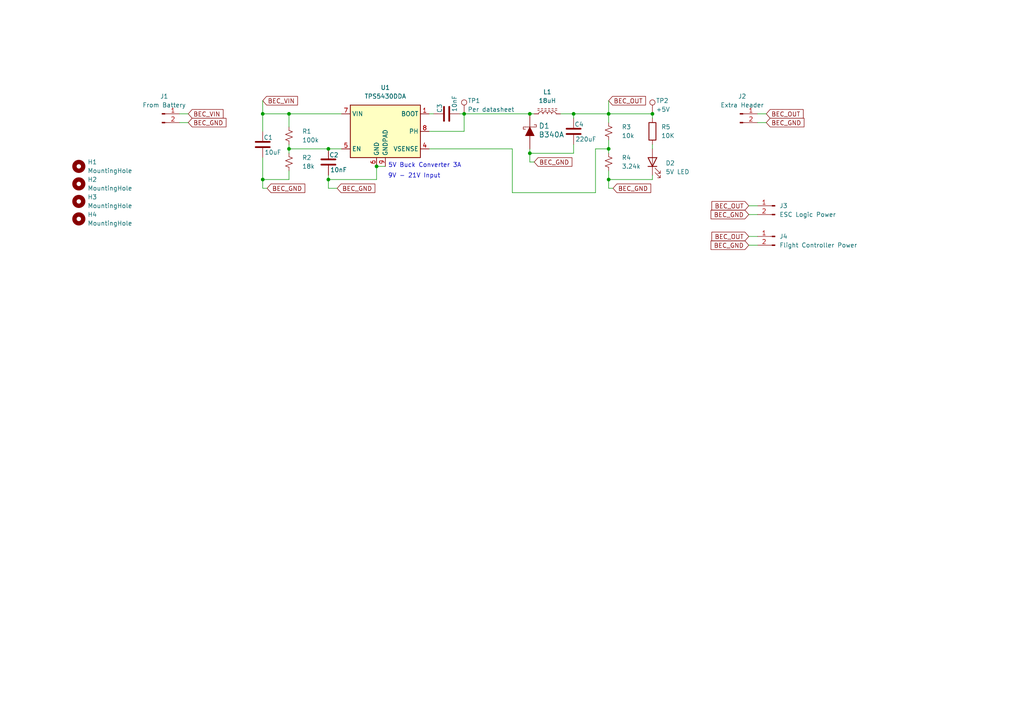
<source format=kicad_sch>
(kicad_sch (version 20250114) (generator "eeschema") (generator_version "9.0")
  (paper "A4")
  (lib_symbols
    (symbol "Connector:Conn_01x02_Pin" (pin_names (offset 1.016) (hide yes))
      (property "Reference" "J" (at 0 2.54 0))
      (property "Value" "Conn_01x02_Pin" (at 0 -5.08 0))
      (symbol "Conn_01x02_Pin_1_1"
        (rectangle (start 0.8636 0.127) (end 0 -0.127) (stroke (width 0.1524)) (fill (type outline)))
        (rectangle (start 0.8636 -2.413) (end 0 -2.667) (stroke (width 0.1524)) (fill (type outline)))
        (polyline (pts (xy 1.27 0) (xy 0.8636 0)) (stroke (width 0.1524)))
        (polyline (pts (xy 1.27 -2.54) (xy 0.8636 -2.54)) (stroke (width 0.1524)))
        (pin passive line (at 5.08 0 180) (length 3.81) (name "Pin_1") (number "1"))
        (pin passive line (at 5.08 -2.54 180) (length 3.81) (name "Pin_2") (number "2"))
      )
    )
    (symbol "Connector:TestPoint" (pin_numbers (hide yes)) (pin_names (offset 0.762) (hide yes))
      (property "Reference" "TP" (at 0 6.858 0))
      (property "Value" "TestPoint" (at 0 5.08 0))
      (symbol "TestPoint_0_1"
        (circle (center 0 3.302) (radius 0.762))
      )
      (symbol "TestPoint_1_1"
        (pin passive line (at 0 0 90) (length 2.54) (name "1") (number "1"))
      )
    )
    (symbol "Device:C" (pin_numbers (hide yes)) (pin_names (offset 0.254))
      (property "Reference" "C" (at 0.635 2.54 0))
      (property "Value" "C" (at 0.635 -2.54 0))
      (symbol "C_0_1"
        (polyline (pts (xy -2.032 0.762) (xy 2.032 0.762)) (stroke (width 0.508)))
        (polyline (pts (xy -2.032 -0.762) (xy 2.032 -0.762)) (stroke (width 0.508)))
      )
      (symbol "C_1_1"
        (pin passive line (at 0 3.81 270) (length 2.794) (name "~") (number "1"))
        (pin passive line (at 0 -3.81 90) (length 2.794) (name "~") (number "2"))
      )
    )
    (symbol "Device:LED" (pin_numbers (hide yes)) (pin_names (offset 1.016) (hide yes))
      (property "Reference" "D" (at 0 2.54 0))
      (property "Value" "LED" (at 0 -2.54 0))
      (symbol "LED_0_1"
        (polyline (pts (xy -3.048 -0.762) (xy -4.572 -2.286) (xy -3.81 -2.286) (xy -4.572 -2.286) (xy -4.572 -1.524)))
        (polyline (pts (xy -1.778 -0.762) (xy -3.302 -2.286) (xy -2.54 -2.286) (xy -3.302 -2.286) (xy -3.302 -1.524)))
        (polyline (pts (xy -1.27 0) (xy 1.27 0)))
        (polyline (pts (xy -1.27 -1.27) (xy -1.27 1.27)) (stroke (width 0.254)))
        (polyline (pts (xy 1.27 -1.27) (xy 1.27 1.27) (xy -1.27 0) (xy 1.27 -1.27)) (stroke (width 0.254)))
      )
      (symbol "LED_1_1"
        (pin passive line (at -3.81 0 0) (length 2.54) (name "K") (number "1"))
        (pin passive line (at 3.81 0 180) (length 2.54) (name "A") (number "2"))
      )
    )
    (symbol "Device:L_Ferrite" (pin_numbers (hide yes)) (pin_names (offset 1.016) (hide yes))
      (property "Reference" "L" (at -1.27 0 90))
      (property "Value" "L_Ferrite" (at 2.794 0 90))
      (symbol "L_Ferrite_0_1"
        (arc (start 0 2.54) (mid 0.6323 1.905) (end 0 1.27))
        (arc (start 0 1.27) (mid 0.6323 0.635) (end 0 0))
        (arc (start 0 0) (mid 0.6323 -0.635) (end 0 -1.27))
        (arc (start 0 -1.27) (mid 0.6323 -1.905) (end 0 -2.54))
        (polyline (pts (xy 1.016 2.286) (xy 1.016 2.794)))
        (polyline (pts (xy 1.016 1.27) (xy 1.016 1.778)))
        (polyline (pts (xy 1.016 0.254) (xy 1.016 0.762)))
        (polyline (pts (xy 1.016 -0.762) (xy 1.016 -0.254)))
        (polyline (pts (xy 1.016 -1.778) (xy 1.016 -1.27)))
        (polyline (pts (xy 1.016 -2.794) (xy 1.016 -2.286)))
        (polyline (pts (xy 1.524 2.794) (xy 1.524 2.286)))
        (polyline (pts (xy 1.524 1.778) (xy 1.524 1.27)))
        (polyline (pts (xy 1.524 0.762) (xy 1.524 0.254)))
        (polyline (pts (xy 1.524 -0.254) (xy 1.524 -0.762)))
        (polyline (pts (xy 1.524 -1.27) (xy 1.524 -1.778)))
        (polyline (pts (xy 1.524 -2.286) (xy 1.524 -2.794)))
      )
      (symbol "L_Ferrite_1_1"
        (pin passive line (at 0 3.81 270) (length 1.27) (name "1") (number "1"))
        (pin passive line (at 0 -3.81 90) (length 1.27) (name "2") (number "2"))
      )
    )
    (symbol "Device:R" (pin_numbers (hide yes)) (pin_names (offset 0))
      (property "Reference" "R" (at 2.032 0 90))
      (property "Value" "R" (at 0 0 90))
      (symbol "R_0_1"
        (rectangle (start -1.016 -2.54) (end 1.016 2.54) (stroke (width 0.254)))
      )
      (symbol "R_1_1"
        (pin passive line (at 0 3.81 270) (length 1.27) (name "~") (number "1"))
        (pin passive line (at 0 -3.81 90) (length 1.27) (name "~") (number "2"))
      )
    )
    (symbol "Device:R_Small_US" (pin_numbers (hide yes)) (pin_names (offset 0.254) (hide yes))
      (property "Reference" "R" (at 0.762 0.508 0))
      (property "Value" "R_Small_US" (at 0.762 -1.016 0))
      (symbol "R_Small_US_1_1"
        (polyline (pts (xy 0 1.524) (xy 1.016 1.143) (xy 0 0.762) (xy -1.016 0.381) (xy 0 0)))
        (polyline (pts (xy 0 0) (xy 1.016 -0.381) (xy 0 -0.762) (xy -1.016 -1.143) (xy 0 -1.524)))
        (pin passive line (at 0 2.54 270) (length 1.016) (name "~") (number "1"))
        (pin passive line (at 0 -2.54 90) (length 1.016) (name "~") (number "2"))
      )
    )
    (symbol "Mechanical:MountingHole" (pin_names (offset 1.016)) (in_bom no)
      (property "Reference" "H" (at 0 5.08 0))
      (property "Value" "MountingHole" (at 0 3.175 0))
      (symbol "MountingHole_0_1"
        (circle (center 0 0) (radius 1.27) (stroke (width 1.27)))
      )
    )
    (symbol "Regulator_Switching:TPS5430DDA"
      (property "Reference" "U" (at -10.16 8.89 0))
      (property "Value" "TPS5430DDA" (at -1.27 8.89 0))
      (symbol "TPS5430DDA_0_1"
        (rectangle (start -10.16 7.62) (end 10.16 -7.62) (stroke (width 0.254)) (fill (type background)))
      )
      (symbol "TPS5430DDA_1_1"
        (pin power_in line (at -12.7 5.08 0) (length 2.54) (name "VIN") (number "7"))
        (pin input line (at -12.7 -5.08 0) (length 2.54) (name "EN") (number "5"))
        (pin no_connect line (at -10.16 2.54 0) (length 2.54) (hide yes) (name "NC") (number "2"))
        (pin no_connect line (at -10.16 -2.54 0) (length 2.54) (hide yes) (name "NC") (number "3"))
        (pin power_in line (at -2.54 -10.16 90) (length 2.54) (name "GND") (number "6"))
        (pin power_in line (at 0 -10.16 90) (length 2.54) (name "GNDPAD") (number "9"))
        (pin input line (at 12.7 5.08 180) (length 2.54) (name "BOOT") (number "1"))
        (pin output line (at 12.7 0 180) (length 2.54) (name "PH") (number "8"))
        (pin input line (at 12.7 -5.08 180) (length 2.54) (name "VSENSE") (number "4"))
      )
    )
    (symbol "dk_Diodes-Rectifiers-Single:B340A-13-F" (pin_numbers (hide yes)) (pin_names (offset 0) (hide yes))
      (property "Reference" "D" (at 0 2.54 0))
      (property "Value" "B340A-13-F" (at 0 -3.81 0))
      (symbol "B340A-13-F_0_1"
        (polyline (pts (xy -1.27 1.27) (xy -1.27 -1.27) (xy 1.27 0) (xy -1.27 1.27)) (fill (type outline)))
        (polyline (pts (xy 1.27 1.27) (xy 1.27 -1.27)))
        (polyline (pts (xy 1.27 1.27) (xy 1.27 1.905) (xy 0.635 1.905) (xy 0.635 1.27)))
        (polyline (pts (xy 1.27 -1.27) (xy 1.27 -1.905) (xy 1.905 -1.905) (xy 1.905 -1.27)))
      )
      (symbol "B340A-13-F_1_1"
        (pin passive line (at -5.08 0 0) (length 3.81) (name "~") (number "A"))
        (pin passive line (at 5.08 0 180) (length 3.81) (name "~") (number "K"))
      )
    )
  )
  (text "9V - 21V Input" (at 120.142 51.054 0) (effects (font (size 1.27 1.27))))
  (text "5V Buck Converter 3A" (at 123.19 48.006 0) (effects (font (size 1.27 1.27))))
  (junction (at 153.67 33.02))
  (junction (at 176.53 52.07))
  (junction (at 189.23 33.02))
  (junction (at 95.25 43.18))
  (junction (at 176.53 43.18))
  (junction (at 76.2 33.02))
  (junction (at 95.25 52.07))
  (junction (at 83.82 43.18))
  (junction (at 153.67 44.45))
  (junction (at 109.22 48.26))
  (junction (at 76.2 52.07))
  (junction (at 134.62 33.02))
  (junction (at 83.82 33.02))
  (junction (at 166.37 33.02))
  (junction (at 176.53 33.02))
  (wire (pts (xy 124.46 38.1) (xy 134.62 38.1)))
  (wire (pts (xy 189.23 34.29) (xy 189.23 33.02)))
  (wire (pts (xy 166.37 41.91) (xy 166.37 44.45)))
  (wire (pts (xy 76.2 52.07) (xy 83.82 52.07)))
  (wire (pts (xy 172.72 43.18) (xy 176.53 43.18)))
  (wire (pts (xy 219.71 35.56) (xy 222.25 35.56)))
  (wire (pts (xy 124.46 33.02) (xy 125.73 33.02)))
  (wire (pts (xy 95.25 52.07) (xy 109.22 52.07)))
  (wire (pts (xy 153.67 44.45) (xy 166.37 44.45)))
  (wire (pts (xy 83.82 43.18) (xy 83.82 44.45)))
  (wire (pts (xy 77.47 54.61) (xy 76.2 54.61)))
  (wire (pts (xy 153.67 46.99) (xy 153.67 44.45)))
  (wire (pts (xy 154.94 46.99) (xy 153.67 46.99)))
  (wire (pts (xy 54.61 33.02) (xy 52.07 33.02)))
  (wire (pts (xy 83.82 41.91) (xy 83.82 43.18)))
  (wire (pts (xy 217.17 68.58) (xy 219.71 68.58)))
  (wire (pts (xy 76.2 54.61) (xy 76.2 52.07)))
  (wire (pts (xy 148.59 55.88) (xy 172.72 55.88)))
  (wire (pts (xy 176.53 54.61) (xy 176.53 52.07)))
  (wire (pts (xy 95.25 50.8) (xy 95.25 52.07)))
  (wire (pts (xy 109.22 48.26) (xy 109.22 52.07)))
  (wire (pts (xy 134.62 33.02) (xy 133.35 33.02)))
  (wire (pts (xy 176.53 49.53) (xy 176.53 52.07)))
  (wire (pts (xy 95.25 43.18) (xy 99.06 43.18)))
  (wire (pts (xy 95.25 54.61) (xy 95.25 52.07)))
  (wire (pts (xy 109.22 48.26) (xy 111.76 48.26)))
  (wire (pts (xy 162.56 33.02) (xy 166.37 33.02)))
  (wire (pts (xy 217.17 71.12) (xy 219.71 71.12)))
  (wire (pts (xy 172.72 55.88) (xy 172.72 43.18)))
  (wire (pts (xy 222.25 33.02) (xy 219.71 33.02)))
  (wire (pts (xy 217.17 62.23) (xy 219.71 62.23)))
  (wire (pts (xy 124.46 43.18) (xy 148.59 43.18)))
  (wire (pts (xy 153.67 33.02) (xy 154.94 33.02)))
  (wire (pts (xy 153.67 44.45) (xy 153.67 43.18)))
  (wire (pts (xy 189.23 50.8) (xy 189.23 52.07)))
  (wire (pts (xy 177.8 54.61) (xy 176.53 54.61)))
  (wire (pts (xy 76.2 33.02) (xy 76.2 38.1)))
  (wire (pts (xy 76.2 29.21) (xy 76.2 33.02)))
  (wire (pts (xy 83.82 33.02) (xy 99.06 33.02)))
  (wire (pts (xy 176.53 52.07) (xy 189.23 52.07)))
  (wire (pts (xy 148.59 43.18) (xy 148.59 55.88)))
  (wire (pts (xy 166.37 34.29) (xy 166.37 33.02)))
  (wire (pts (xy 176.53 43.18) (xy 176.53 44.45)))
  (wire (pts (xy 83.82 43.18) (xy 95.25 43.18)))
  (wire (pts (xy 83.82 49.53) (xy 83.82 52.07)))
  (wire (pts (xy 52.07 35.56) (xy 54.61 35.56)))
  (wire (pts (xy 217.17 59.69) (xy 219.71 59.69)))
  (wire (pts (xy 176.53 33.02) (xy 176.53 35.56)))
  (wire (pts (xy 97.79 54.61) (xy 95.25 54.61)))
  (wire (pts (xy 176.53 40.64) (xy 176.53 43.18)))
  (wire (pts (xy 134.62 38.1) (xy 134.62 33.02)))
  (wire (pts (xy 176.53 29.21) (xy 176.53 33.02)))
  (wire (pts (xy 189.23 33.02) (xy 176.53 33.02)))
  (wire (pts (xy 134.62 33.02) (xy 153.67 33.02)))
  (wire (pts (xy 189.23 41.91) (xy 189.23 43.18)))
  (wire (pts (xy 176.53 33.02) (xy 166.37 33.02)))
  (wire (pts (xy 83.82 33.02) (xy 76.2 33.02)))
  (wire (pts (xy 76.2 45.72) (xy 76.2 52.07)))
  (wire (pts (xy 83.82 33.02) (xy 83.82 36.83)))
  (global_label "BEC_GND" (shape input) (at 154.94 46.99 0) (property "Intersheetrefs" "${INTERSHEET_REFS}" (effects (hide yes))))
  (global_label "BEC_GND" (shape input) (at 217.17 71.12 180) (property "Intersheetrefs" "${INTERSHEET_REFS}" (effects (hide yes))))
  (global_label "BEC_OUT" (shape input) (at 217.17 59.69 180) (property "Intersheetrefs" "${INTERSHEET_REFS}" (effects (hide yes))))
  (global_label "BEC_GND" (shape input) (at 177.8 54.61 0) (property "Intersheetrefs" "${INTERSHEET_REFS}" (effects (hide yes))))
  (global_label "BEC_GND" (shape input) (at 217.17 62.23 180) (property "Intersheetrefs" "${INTERSHEET_REFS}" (effects (hide yes))))
  (global_label "BEC_VIN" (shape input) (at 54.61 33.02 0) (property "Intersheetrefs" "${INTERSHEET_REFS}" (effects (hide yes))))
  (global_label "BEC_GND" (shape input) (at 222.25 35.56 0) (property "Intersheetrefs" "${INTERSHEET_REFS}" (effects (hide yes))))
  (global_label "BEC_GND" (shape input) (at 54.61 35.56 0) (property "Intersheetrefs" "${INTERSHEET_REFS}" (effects (hide yes))))
  (global_label "BEC_OUT" (shape input) (at 217.17 68.58 180) (property "Intersheetrefs" "${INTERSHEET_REFS}" (effects (hide yes))))
  (global_label "BEC_GND" (shape input) (at 77.47 54.61 0) (property "Intersheetrefs" "${INTERSHEET_REFS}" (effects (hide yes))))
  (global_label "BEC_OUT" (shape input) (at 222.25 33.02 0) (property "Intersheetrefs" "${INTERSHEET_REFS}" (effects (hide yes))))
  (global_label "BEC_GND" (shape input) (at 97.79 54.61 0) (property "Intersheetrefs" "${INTERSHEET_REFS}" (effects (hide yes))))
  (global_label "BEC_VIN" (shape input) (at 76.2 29.21 0) (property "Intersheetrefs" "${INTERSHEET_REFS}" (effects (hide yes))))
  (global_label "BEC_OUT" (shape input) (at 176.53 29.21 0) (property "Intersheetrefs" "${INTERSHEET_REFS}" (effects (hide yes))))
  (symbol (lib_id "Mechanical:MountingHole") (at 22.86 63.5 0) (unit 1) (in_bom no)
    (property "Reference" "H4" (at 25.4 62.2299 0) (effects (justify left)))
    (property "Value" "MountingHole" (at 25.4 64.7699 0) (effects (justify left)))
    (property "Footprint" "MountingHole:MountingHole_3.2mm_M3" (effects (hide yes)))
    (property "Description" "Mounting Hole without connection" (effects (hide yes)))
  )
  (symbol (lib_id "Mechanical:MountingHole") (at 22.86 58.42 0) (unit 1) (in_bom no)
    (property "Reference" "H3" (at 25.4 57.1499 0) (effects (justify left)))
    (property "Value" "MountingHole" (at 25.4 59.6899 0) (effects (justify left)))
    (property "Footprint" "MountingHole:MountingHole_3.2mm_M3" (effects (hide yes)))
    (property "Description" "Mounting Hole without connection" (effects (hide yes)))
  )
  (symbol (lib_id "Mechanical:MountingHole") (at 22.86 48.26 0) (unit 1) (in_bom no)
    (property "Reference" "H1" (at 25.4 46.9899 0) (effects (justify left)))
    (property "Value" "MountingHole" (at 25.4 49.5299 0) (effects (justify left)))
    (property "Footprint" "MountingHole:MountingHole_3.2mm_M3" (effects (hide yes)))
    (property "Description" "Mounting Hole without connection" (effects (hide yes)))
  )
  (symbol (lib_id "Device:L_Ferrite") (at 158.75 33.02 90) (unit 1)
    (property "Reference" "L1" (at 158.75 26.67 90))
    (property "Value" "18uH" (at 158.75 29.21 90))
    (property "Footprint" "Inductor_SMD:L_Taiyo-Yuden_NR-50xx_HandSoldering" (effects (hide yes)))
    (property "Description" "Inductor with ferrite core" (effects (hide yes)))
  )
  (symbol (lib_id "Device:R_Small_US") (at 176.53 38.1 0) (unit 1)
    (property "Reference" "R3" (at 180.34 36.8299 0) (effects (justify left)))
    (property "Value" "10k" (at 180.34 39.3699 0) (effects (justify left)))
    (property "Footprint" "Resistor_SMD:R_0603_1608Metric_Pad0.98x0.95mm_HandSolder" (effects (hide yes)))
    (property "Description" "Resistor, small US symbol" (effects (hide yes)))
  )
  (symbol (lib_id "Connector:Conn_01x02_Pin") (at 46.99 33.02 0) (unit 1)
    (property "Reference" "J1" (at 47.625 27.94 0))
    (property "Value" "From Battery" (at 47.625 30.48 0))
    (property "Footprint" "Connector_Hirose:Hirose_DF13-02P-1.25DS_1x02_P1.25mm_Horizontal" (effects (hide yes)))
    (property "Description" "Generic connector, single row, 01x02, script generated" (effects (hide yes)))
  )
  (symbol (lib_id "Device:C") (at 129.54 33.02 90) (unit 1)
    (property "Reference" "C3" (at 127.508 32.766 0) (effects (justify left)))
    (property "Value" "10nF" (at 131.826 32.512 0) (effects (justify left)))
    (property "Footprint" "Capacitor_SMD:C_0603_1608Metric_Pad1.08x0.95mm_HandSolder" (effects (hide yes)))
    (property "Description" "Unpolarized capacitor" (effects (hide yes)))
  )
  (symbol (lib_id "Device:R_Small_US") (at 176.53 46.99 0) (unit 1)
    (property "Reference" "R4" (at 180.34 45.7199 0) (effects (justify left)))
    (property "Value" "3.24k" (at 180.34 48.2599 0) (effects (justify left)))
    (property "Footprint" "Resistor_SMD:R_0603_1608Metric_Pad0.98x0.95mm_HandSolder" (effects (hide yes)))
    (property "Description" "Resistor, small US symbol" (effects (hide yes)))
  )
  (symbol (lib_id "Regulator_Switching:TPS5430DDA") (at 111.76 38.1 0) (unit 1)
    (property "Reference" "U1" (at 111.76 25.4 0))
    (property "Value" "TPS5430DDA" (at 111.76 27.94 0))
    (property "Footprint" "Package_SO:TI_SO-PowerPAD-8_ThermalVias" (effects (hide yes)))
    (property "Datasheet" "http://www.ti.com/lit/ds/symlink/tps5430.pdf" (effects (hide yes)))
    (property "Description" "3A, Step Down Swift Converter, Adjustable Output Voltage, 5.5-36V Input Voltage, PowerSO-8" (effects (hide yes)))
  )
  (symbol (lib_id "Connector:Conn_01x02_Pin") (at 224.79 68.58 0) (mirror y) (unit 1)
    (property "Reference" "J4" (at 226.06 68.5799 0) (effects (justify right)))
    (property "Value" "Flight Controller Power" (at 226.06 71.1199 0) (effects (justify right)))
    (property "Footprint" "Connector_Hirose:Hirose_DF13-02P-1.25DS_1x02_P1.25mm_Horizontal" (effects (hide yes)))
    (property "Description" "Generic connector, single row, 01x02, script generated" (effects (hide yes)))
  )
  (symbol (lib_id "Connector:Conn_01x02_Pin") (at 214.63 33.02 0) (unit 1)
    (property "Reference" "J2" (at 215.265 27.94 0))
    (property "Value" "Extra Header" (at 215.265 30.48 0))
    (property "Footprint" "Connector_PinHeader_2.54mm:PinHeader_1x02_P2.54mm_Vertical" (effects (hide yes)))
    (property "Description" "Generic connector, single row, 01x02, script generated" (effects (hide yes)))
  )
  (symbol (lib_id "Device:R_Small_US") (at 83.82 39.37 0) (unit 1)
    (property "Reference" "R1" (at 87.63 38.0999 0) (effects (justify left)))
    (property "Value" "100k" (at 87.63 40.6399 0) (effects (justify left)))
    (property "Footprint" "Resistor_SMD:R_0805_2012Metric_Pad1.20x1.40mm_HandSolder" (effects (hide yes)))
    (property "Description" "Resistor, small US symbol" (effects (hide yes)))
  )
  (symbol (lib_id "Mechanical:MountingHole") (at 22.86 53.34 0) (unit 1) (in_bom no)
    (property "Reference" "H2" (at 25.4 52.0699 0) (effects (justify left)))
    (property "Value" "MountingHole" (at 25.4 54.6099 0) (effects (justify left)))
    (property "Footprint" "MountingHole:MountingHole_3.2mm_M3" (effects (hide yes)))
    (property "Description" "Mounting Hole without connection" (effects (hide yes)))
  )
  (symbol (lib_id "Device:LED") (at 189.23 46.99 90) (unit 1)
    (property "Reference" "D2" (at 193.04 47.3074 90) (effects (justify right)))
    (property "Value" "5V LED" (at 193.04 49.8474 90) (effects (justify right)))
    (property "Footprint" "LED_SMD:LED_0805_2012Metric_Pad1.15x1.40mm_HandSolder" (effects (hide yes)))
    (property "Description" "Light emitting diode" (effects (hide yes)))
    (property "Sim.Pins" "1=K 2=A" (effects (hide yes)))
  )
  (symbol (lib_id "Device:C") (at 95.25 46.99 0) (unit 1)
    (property "Reference" "C2" (at 95.504 44.958 0) (effects (justify left)))
    (property "Value" "10nF" (at 95.758 49.276 0) (effects (justify left)))
    (property "Footprint" "Capacitor_SMD:C_0603_1608Metric_Pad1.08x0.95mm_HandSolder" (effects (hide yes)))
    (property "Description" "Unpolarized capacitor" (effects (hide yes)))
  )
  (symbol (lib_id "Connector:Conn_01x02_Pin") (at 224.79 59.69 0) (mirror y) (unit 1)
    (property "Reference" "J3" (at 226.06 59.6899 0) (effects (justify right)))
    (property "Value" "ESC Logic Power" (at 226.06 62.2299 0) (effects (justify right)))
    (property "Footprint" "Connector_Hirose:Hirose_DF13-02P-1.25DS_1x02_P1.25mm_Horizontal" (effects (hide yes)))
    (property "Description" "Generic connector, single row, 01x02, script generated" (effects (hide yes)))
  )
  (symbol (lib_id "Device:C") (at 166.37 38.1 0) (unit 1)
    (property "Reference" "C4" (at 166.624 36.068 0) (effects (justify left)))
    (property "Value" "220uF" (at 166.878 40.386 0) (effects (justify left)))
    (property "Footprint" "Capacitor_SMD:C_1206_3216Metric_Pad1.33x1.80mm_HandSolder" (effects (hide yes)))
    (property "Description" "Unpolarized capacitor" (effects (hide yes)))
  )
  (symbol (lib_id "Device:R_Small_US") (at 83.82 46.99 0) (unit 1)
    (property "Reference" "R2" (at 87.63 45.7199 0) (effects (justify left)))
    (property "Value" "18k" (at 87.63 48.2599 0) (effects (justify left)))
    (property "Footprint" "Resistor_SMD:R_0805_2012Metric_Pad1.20x1.40mm_HandSolder" (effects (hide yes)))
    (property "Description" "Resistor, small US symbol" (effects (hide yes)))
  )
  (symbol (lib_id "Device:R") (at 189.23 38.1 0) (unit 1)
    (property "Reference" "R5" (at 191.77 36.8299 0) (effects (justify left)))
    (property "Value" "10K" (at 191.77 39.3699 0) (effects (justify left)))
    (property "Footprint" "Resistor_SMD:R_0603_1608Metric_Pad0.98x0.95mm_HandSolder" (effects (hide yes)))
    (property "Description" "Resistor" (effects (hide yes)))
  )
  (symbol (lib_id "dk_Diodes-Rectifiers-Single:B340A-13-F") (at 153.67 38.1 90) (unit 1)
    (property "Reference" "D1" (at 156.21 36.5124 90) (effects (font (size 1.524 1.524)) (justify right)))
    (property "Value" "B340A" (at 156.21 39.0524 90) (effects (font (size 1.524 1.524)) (justify right)))
    (property "Footprint" "digikey-footprints:DO-214AC" (effects (hide yes)))
    (property "Datasheet" "https://www.diodes.com/assets/Datasheets/ds30891.pdf" (effects (hide yes)))
    (property "Description" "DIODE SCHOTTKY 40V 3A SMA" (effects (hide yes)))
    (property "Digi-Key_PN" "B340A-FDICT-ND" (effects (hide yes)))
    (property "MPN" "B340A-13-F" (effects (hide yes)))
    (property "Category" "Discrete Semiconductor Products" (effects (hide yes)))
    (property "Family" "Diodes - Rectifiers - Single" (effects (hide yes)))
    (property "DK_Datasheet_Link" "https://www.diodes.com/assets/Datasheets/ds30891.pdf" (effects (hide yes)))
    (property "DK_Detail_Page" "/product-detail/en/diodes-incorporated/B340A-13-F/B340A-FDICT-ND/725054" (effects (hide yes)))
    (property "Description_1" "DIODE SCHOTTKY 40V 3A SMA" (effects (hide yes)))
    (property "Manufacturer" "Diodes Incorporated" (effects (hide yes)))
    (property "Status" "Active" (effects (hide yes)))
  )
  (symbol (lib_id "Device:C") (at 76.2 41.91 0) (unit 1)
    (property "Reference" "C1" (at 76.454 39.878 0) (effects (justify left)))
    (property "Value" "10uF" (at 76.708 44.196 0) (effects (justify left)))
    (property "Footprint" "Capacitor_SMD:C_1206_3216Metric_Pad1.33x1.80mm_HandSolder" (effects (hide yes)))
    (property "Description" "Unpolarized capacitor" (effects (hide yes)))
  )
  (symbol (lib_id "Connector:TestPoint") (at 189.23 33.02 0) (unit 1)
    (property "Reference" "TP2" (at 190.246 29.21 0) (effects (justify left)))
    (property "Value" "+5V" (at 190.246 31.75 0) (effects (justify left)))
    (property "Footprint" "TestPoint:TestPoint_Pad_1.0x1.0mm" (effects (hide yes)))
    (property "Description" "test point" (effects (hide yes)))
  )
  (symbol (lib_id "Connector:TestPoint") (at 134.62 33.02 0) (unit 1)
    (property "Reference" "TP1" (at 135.636 29.21 0) (effects (justify left)))
    (property "Value" "Per datasheet" (at 135.636 31.75 0) (effects (justify left)))
    (property "Footprint" "TestPoint:TestPoint_Pad_1.0x1.0mm" (effects (hide yes)))
    (property "Description" "test point" (effects (hide yes)))
  )
)
</source>
